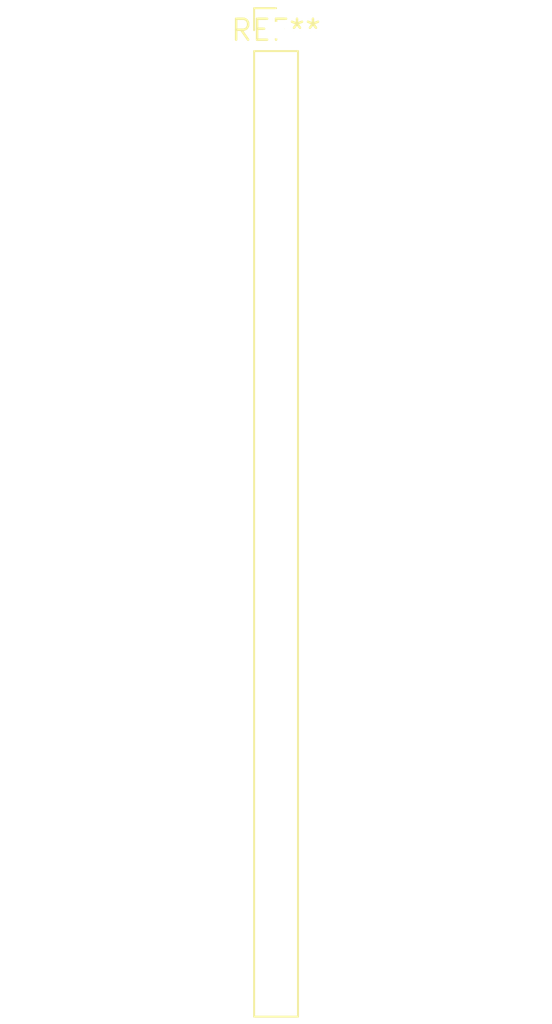
<source format=kicad_pcb>
(kicad_pcb (version 20240108) (generator pcbnew)
  (layers (0 "F.Cu" signal) (31 "B.Cu" signal) (34 "B.Paste" user) (35 "F.Paste" user) (36 "B.SilkS" user "B.Silkscreen") (37 "F.SilkS" user "F.Silkscreen") (38 "B.Mask" user) (39 "F.Mask" user) (44 "Edge.Cuts" user))
  (net 0 "")
  (footprint "PinHeader_1x24_P2.54mm_Vertical" (layer "F.Cu") (at 0 0)
    (property "Reference" "REF**")
    (property "Value" "PinHeader_1x24_P2.54mm_Vertical")
    (fp_line (start -1.33 -1.33) (end 0 -1.33) (layer "F.SilkS") (stroke (width 0.12)))
    (fp_line (start -1.33 0) (end -1.33 -1.33) (layer "F.SilkS") (stroke (width 0.12)))
    (fp_line (start -1.33 1.27) (end -1.33 59.75) (layer "F.SilkS") (stroke (width 0.12)))
    (fp_line (start -1.33 1.27) (end 1.33 1.27) (layer "F.SilkS") (stroke (width 0.12)))
    (fp_line (start -1.33 59.75) (end 1.33 59.75) (layer "F.SilkS") (stroke (width 0.12)))
    (fp_line (start 1.33 1.27) (end 1.33 59.75) (layer "F.SilkS") (stroke (width 0.12)))
    (pad "1" thru_hole rect (at 0 0) (size 1.7 1.7) (drill 1) (layers *.Cu *.Mask) (remove_unused_layers))
    (pad "2" thru_hole oval (at 0 2.54) (size 1.7 1.7) (drill 1) (layers *.Cu *.Mask) (remove_unused_layers))
    (pad "3" thru_hole oval (at 0 5.08) (size 1.7 1.7) (drill 1) (layers *.Cu *.Mask) (remove_unused_layers))
    (pad "4" thru_hole oval (at 0 7.62) (size 1.7 1.7) (drill 1) (layers *.Cu *.Mask) (remove_unused_layers))
    (pad "5" thru_hole oval (at 0 10.16) (size 1.7 1.7) (drill 1) (layers *.Cu *.Mask) (remove_unused_layers))
    (pad "6" thru_hole oval (at 0 12.7) (size 1.7 1.7) (drill 1) (layers *.Cu *.Mask) (remove_unused_layers))
    (pad "7" thru_hole oval (at 0 15.24) (size 1.7 1.7) (drill 1) (layers *.Cu *.Mask) (remove_unused_layers))
    (pad "8" thru_hole oval (at 0 17.78) (size 1.7 1.7) (drill 1) (layers *.Cu *.Mask) (remove_unused_layers))
    (pad "9" thru_hole oval (at 0 20.32) (size 1.7 1.7) (drill 1) (layers *.Cu *.Mask) (remove_unused_layers))
    (pad "10" thru_hole oval (at 0 22.86) (size 1.7 1.7) (drill 1) (layers *.Cu *.Mask) (remove_unused_layers))
    (pad "11" thru_hole oval (at 0 25.4) (size 1.7 1.7) (drill 1) (layers *.Cu *.Mask) (remove_unused_layers))
    (pad "12" thru_hole oval (at 0 27.94) (size 1.7 1.7) (drill 1) (layers *.Cu *.Mask) (remove_unused_layers))
    (pad "13" thru_hole oval (at 0 30.48) (size 1.7 1.7) (drill 1) (layers *.Cu *.Mask) (remove_unused_layers))
    (pad "14" thru_hole oval (at 0 33.02) (size 1.7 1.7) (drill 1) (layers *.Cu *.Mask) (remove_unused_layers))
    (pad "15" thru_hole oval (at 0 35.56) (size 1.7 1.7) (drill 1) (layers *.Cu *.Mask) (remove_unused_layers))
    (pad "16" thru_hole oval (at 0 38.1) (size 1.7 1.7) (drill 1) (layers *.Cu *.Mask) (remove_unused_layers))
    (pad "17" thru_hole oval (at 0 40.64) (size 1.7 1.7) (drill 1) (layers *.Cu *.Mask) (remove_unused_layers))
    (pad "18" thru_hole oval (at 0 43.18) (size 1.7 1.7) (drill 1) (layers *.Cu *.Mask) (remove_unused_layers))
    (pad "19" thru_hole oval (at 0 45.72) (size 1.7 1.7) (drill 1) (layers *.Cu *.Mask) (remove_unused_layers))
    (pad "20" thru_hole oval (at 0 48.26) (size 1.7 1.7) (drill 1) (layers *.Cu *.Mask) (remove_unused_layers))
    (pad "21" thru_hole oval (at 0 50.8) (size 1.7 1.7) (drill 1) (layers *.Cu *.Mask) (remove_unused_layers))
    (pad "22" thru_hole oval (at 0 53.34) (size 1.7 1.7) (drill 1) (layers *.Cu *.Mask) (remove_unused_layers))
    (pad "23" thru_hole oval (at 0 55.88) (size 1.7 1.7) (drill 1) (layers *.Cu *.Mask) (remove_unused_layers))
    (pad "24" thru_hole oval (at 0 58.42) (size 1.7 1.7) (drill 1) (layers *.Cu *.Mask) (remove_unused_layers))
  )
)
</source>
